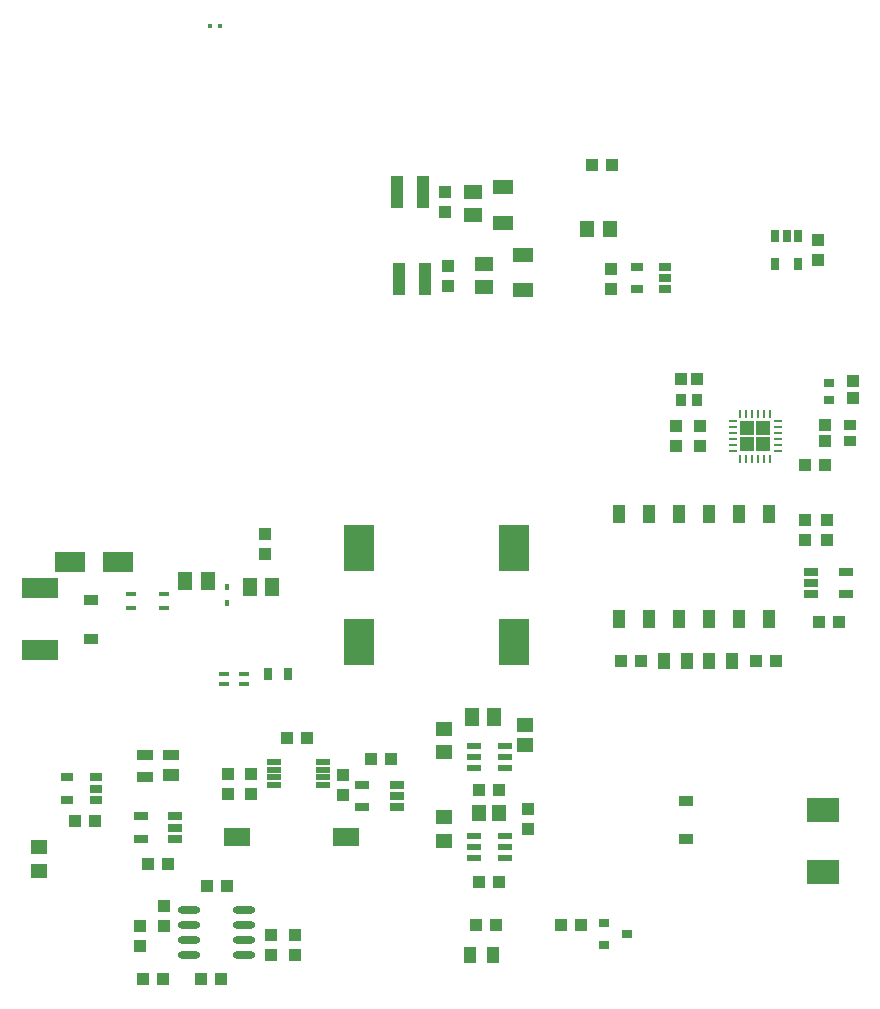
<source format=gtp>
G04*
G04 #@! TF.GenerationSoftware,Altium Limited,Altium Designer,20.0.11 (256)*
G04*
G04 Layer_Color=8421504*
%FSLAX25Y25*%
%MOIN*%
G70*
G01*
G75*
%ADD21R,0.04520X0.04520*%
%ADD22R,0.03543X0.01575*%
%ADD23R,0.08661X0.06299*%
%ADD24R,0.08583X0.06299*%
%ADD25R,0.03543X0.01575*%
%ADD26R,0.03937X0.10630*%
%ADD27O,0.07480X0.02362*%
%ADD28R,0.01280X0.01575*%
G04:AMPARAMS|DCode=29|XSize=9.84mil|YSize=23.62mil|CornerRadius=1.97mil|HoleSize=0mil|Usage=FLASHONLY|Rotation=270.000|XOffset=0mil|YOffset=0mil|HoleType=Round|Shape=RoundedRectangle|*
%AMROUNDEDRECTD29*
21,1,0.00984,0.01968,0,0,270.0*
21,1,0.00591,0.02362,0,0,270.0*
1,1,0.00394,-0.00984,-0.00295*
1,1,0.00394,-0.00984,0.00295*
1,1,0.00394,0.00984,0.00295*
1,1,0.00394,0.00984,-0.00295*
%
%ADD29ROUNDEDRECTD29*%
G04:AMPARAMS|DCode=30|XSize=9.84mil|YSize=23.62mil|CornerRadius=1.97mil|HoleSize=0mil|Usage=FLASHONLY|Rotation=180.000|XOffset=0mil|YOffset=0mil|HoleType=Round|Shape=RoundedRectangle|*
%AMROUNDEDRECTD30*
21,1,0.00984,0.01968,0,0,180.0*
21,1,0.00591,0.02362,0,0,180.0*
1,1,0.00394,-0.00295,0.00984*
1,1,0.00394,0.00295,0.00984*
1,1,0.00394,0.00295,-0.00984*
1,1,0.00394,-0.00295,-0.00984*
%
%ADD30ROUNDEDRECTD30*%
%ADD31R,0.05709X0.04724*%
%ADD32R,0.04724X0.05709*%
%ADD33R,0.03543X0.02756*%
%ADD34R,0.03543X0.03937*%
%ADD35R,0.03937X0.04331*%
%ADD36R,0.02756X0.03937*%
%ADD37R,0.01575X0.01890*%
%ADD38R,0.04803X0.03583*%
%ADD39R,0.09843X0.15748*%
%ADD40R,0.02756X0.03937*%
%ADD41R,0.04799X0.03598*%
%ADD42R,0.04803X0.02441*%
%ADD43R,0.05512X0.03543*%
%ADD44R,0.05512X0.04331*%
%ADD45R,0.12402X0.07008*%
%ADD46R,0.11000X0.07900*%
%ADD47R,0.03976X0.05787*%
%ADD48R,0.03543X0.03150*%
%ADD49R,0.09843X0.06693*%
G04:AMPARAMS|DCode=50|XSize=17.72mil|YSize=49.21mil|CornerRadius=1.95mil|HoleSize=0mil|Usage=FLASHONLY|Rotation=270.000|XOffset=0mil|YOffset=0mil|HoleType=Round|Shape=RoundedRectangle|*
%AMROUNDEDRECTD50*
21,1,0.01772,0.04532,0,0,270.0*
21,1,0.01382,0.04921,0,0,270.0*
1,1,0.00390,-0.02266,-0.00691*
1,1,0.00390,-0.02266,0.00691*
1,1,0.00390,0.02266,0.00691*
1,1,0.00390,0.02266,-0.00691*
%
%ADD50ROUNDEDRECTD50*%
G04:AMPARAMS|DCode=51|XSize=25.59mil|YSize=47.24mil|CornerRadius=1.92mil|HoleSize=0mil|Usage=FLASHONLY|Rotation=270.000|XOffset=0mil|YOffset=0mil|HoleType=Round|Shape=RoundedRectangle|*
%AMROUNDEDRECTD51*
21,1,0.02559,0.04341,0,0,270.0*
21,1,0.02175,0.04724,0,0,270.0*
1,1,0.00384,-0.02170,-0.01088*
1,1,0.00384,-0.02170,0.01088*
1,1,0.00384,0.02170,0.01088*
1,1,0.00384,0.02170,-0.01088*
%
%ADD51ROUNDEDRECTD51*%
%ADD52R,0.07087X0.04528*%
%ADD53R,0.05118X0.05906*%
%ADD54R,0.05906X0.05118*%
%ADD55R,0.03900X0.04300*%
%ADD56R,0.04331X0.03937*%
%ADD57R,0.04300X0.03900*%
%ADD58R,0.04331X0.05906*%
%ADD59R,0.03937X0.04331*%
%ADD60R,0.04331X0.03937*%
%ADD61R,0.03937X0.02756*%
%ADD62R,0.03937X0.03543*%
D21*
X261847Y188347D02*
D03*
Y193653D02*
D03*
X267153Y188347D02*
D03*
Y193653D02*
D03*
D22*
X87470Y108425D02*
D03*
Y111575D02*
D03*
X94163Y108425D02*
D03*
Y111575D02*
D03*
D23*
X91909Y57500D02*
D03*
D24*
X128091D02*
D03*
D25*
X56488Y133736D02*
D03*
Y138264D02*
D03*
X67512Y133736D02*
D03*
Y138264D02*
D03*
D26*
X145669Y243500D02*
D03*
X154331D02*
D03*
X145201Y272450D02*
D03*
X153862D02*
D03*
D27*
X75748Y18000D02*
D03*
Y23000D02*
D03*
Y28000D02*
D03*
Y33000D02*
D03*
X94252Y18000D02*
D03*
Y28000D02*
D03*
Y23000D02*
D03*
Y33000D02*
D03*
D28*
X82800Y327700D02*
D03*
X86245D02*
D03*
D29*
X257020Y186079D02*
D03*
Y188047D02*
D03*
Y193953D02*
D03*
Y190016D02*
D03*
Y191984D02*
D03*
Y195921D02*
D03*
X271980Y186079D02*
D03*
Y188047D02*
D03*
Y193953D02*
D03*
Y190016D02*
D03*
Y191984D02*
D03*
Y195921D02*
D03*
D30*
X261547Y183520D02*
D03*
X259579D02*
D03*
Y198480D02*
D03*
X261547D02*
D03*
X263516Y183520D02*
D03*
X267453D02*
D03*
X265484D02*
D03*
X269421D02*
D03*
X263516Y198480D02*
D03*
X267453D02*
D03*
X265484D02*
D03*
X269421D02*
D03*
D31*
X187847Y88153D02*
D03*
Y94846D02*
D03*
X160846Y56063D02*
D03*
Y63937D02*
D03*
Y85563D02*
D03*
Y93437D02*
D03*
X25760Y46063D02*
D03*
Y53937D02*
D03*
D32*
X208382Y260000D02*
D03*
X216256D02*
D03*
X172500Y65500D02*
D03*
X179193D02*
D03*
D33*
X289000Y203132D02*
D03*
Y208644D02*
D03*
D34*
X239941Y203000D02*
D03*
X245059D02*
D03*
D35*
X239744Y210000D02*
D03*
X245256D02*
D03*
D36*
X271260Y248276D02*
D03*
X278740D02*
D03*
X271260Y257724D02*
D03*
X275000D02*
D03*
X278740D02*
D03*
D37*
X88500Y135514D02*
D03*
Y140711D02*
D03*
D38*
X43300Y123463D02*
D03*
Y136337D02*
D03*
D39*
X184000Y122252D02*
D03*
Y153748D02*
D03*
X132500Y122252D02*
D03*
Y153748D02*
D03*
D40*
X102000Y111575D02*
D03*
X108693D02*
D03*
D41*
X241528Y56550D02*
D03*
Y69450D02*
D03*
D42*
X181004Y80260D02*
D03*
Y84000D02*
D03*
Y87740D02*
D03*
X170689D02*
D03*
Y84000D02*
D03*
Y80260D02*
D03*
X181004Y50260D02*
D03*
Y54000D02*
D03*
Y57740D02*
D03*
X170689D02*
D03*
Y54000D02*
D03*
Y50260D02*
D03*
D43*
X61069Y77360D02*
D03*
Y84840D02*
D03*
X69731D02*
D03*
D44*
Y78147D02*
D03*
D45*
X26000Y119705D02*
D03*
Y140295D02*
D03*
D46*
X287000Y66400D02*
D03*
Y45600D02*
D03*
D47*
X234142Y116000D02*
D03*
X241858D02*
D03*
X169488Y18130D02*
D03*
X177205D02*
D03*
X249142Y116000D02*
D03*
X256858D02*
D03*
D48*
X214063Y21260D02*
D03*
Y28740D02*
D03*
X221937Y25000D02*
D03*
D49*
X36283Y148874D02*
D03*
X52031D02*
D03*
D50*
X104177Y74661D02*
D03*
Y79779D02*
D03*
Y77220D02*
D03*
Y82339D02*
D03*
X120516Y77220D02*
D03*
Y74661D02*
D03*
Y82339D02*
D03*
Y79779D02*
D03*
D51*
X59693Y56760D02*
D03*
Y64240D02*
D03*
X71307Y56760D02*
D03*
Y64240D02*
D03*
Y60500D02*
D03*
X133539Y67260D02*
D03*
Y74740D02*
D03*
X145153Y67260D02*
D03*
Y74740D02*
D03*
Y71000D02*
D03*
X283193Y142000D02*
D03*
Y145740D02*
D03*
Y138260D02*
D03*
X294807D02*
D03*
Y145740D02*
D03*
D52*
X187000Y239595D02*
D03*
Y251406D02*
D03*
X180500Y262094D02*
D03*
Y273905D02*
D03*
D53*
X170106Y97500D02*
D03*
X177587D02*
D03*
X74500Y142575D02*
D03*
X81980D02*
D03*
X96000Y140862D02*
D03*
X103480D02*
D03*
D54*
X174000Y240760D02*
D03*
Y248240D02*
D03*
X170500Y264760D02*
D03*
Y272240D02*
D03*
D55*
X111000Y18154D02*
D03*
Y24846D02*
D03*
X188847Y60154D02*
D03*
Y66847D02*
D03*
X96346Y71653D02*
D03*
Y78347D02*
D03*
X288586Y156339D02*
D03*
Y163031D02*
D03*
X281050Y156339D02*
D03*
Y163031D02*
D03*
X127028Y71354D02*
D03*
Y78047D02*
D03*
X67500Y27654D02*
D03*
Y34346D02*
D03*
X59500Y21154D02*
D03*
Y27847D02*
D03*
X103000Y18154D02*
D03*
Y24847D02*
D03*
D56*
X37653Y62650D02*
D03*
X44346D02*
D03*
X172500Y73000D02*
D03*
X179193D02*
D03*
X172500Y42500D02*
D03*
X179193D02*
D03*
X136500Y83500D02*
D03*
X143193D02*
D03*
X108500Y90500D02*
D03*
X115193D02*
D03*
X285653Y129000D02*
D03*
X292347D02*
D03*
X62154Y48500D02*
D03*
X68846D02*
D03*
X81653Y41000D02*
D03*
X88346D02*
D03*
D57*
X281150Y181500D02*
D03*
X287850D02*
D03*
X199653Y28130D02*
D03*
X206347D02*
D03*
X264653Y116000D02*
D03*
X271346D02*
D03*
X219654D02*
D03*
X226346D02*
D03*
X171500Y28130D02*
D03*
X178193D02*
D03*
X210132Y281500D02*
D03*
X216825D02*
D03*
X60500Y10000D02*
D03*
X67193D02*
D03*
X79685D02*
D03*
X86378D02*
D03*
D58*
X269000Y165000D02*
D03*
Y129961D02*
D03*
X259000Y165000D02*
D03*
Y129961D02*
D03*
X249000Y165000D02*
D03*
Y129961D02*
D03*
X239000Y165000D02*
D03*
Y129961D02*
D03*
X229000Y165000D02*
D03*
Y129961D02*
D03*
X219000Y165000D02*
D03*
Y129961D02*
D03*
D59*
X101000Y151555D02*
D03*
Y158248D02*
D03*
X161000Y265653D02*
D03*
Y272346D02*
D03*
X88846Y71653D02*
D03*
Y78347D02*
D03*
X238000Y187654D02*
D03*
Y194346D02*
D03*
X246000Y187654D02*
D03*
Y194346D02*
D03*
X162000Y241154D02*
D03*
Y247847D02*
D03*
X216500Y240154D02*
D03*
Y246847D02*
D03*
X285500Y249654D02*
D03*
Y256347D02*
D03*
D60*
X287850Y189228D02*
D03*
Y194740D02*
D03*
X297000Y203744D02*
D03*
Y209256D02*
D03*
D61*
X225051Y240000D02*
D03*
Y247480D02*
D03*
X234500Y240000D02*
D03*
Y247480D02*
D03*
Y243740D02*
D03*
X35276Y69732D02*
D03*
Y77212D02*
D03*
X44724Y69732D02*
D03*
Y77212D02*
D03*
Y73472D02*
D03*
D62*
X296000Y189441D02*
D03*
Y194559D02*
D03*
M02*

</source>
